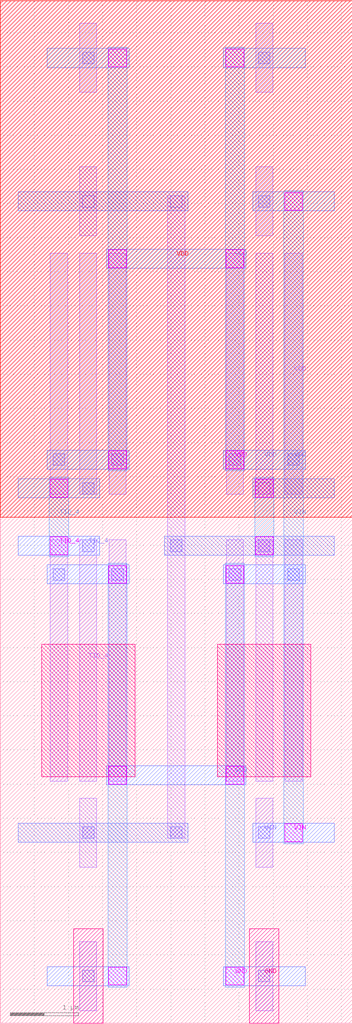
<source format=lef>
VERSION 5.7 ;
  DIVIDERCHAR "/" ;
  BUSBITCHARS "[]" ;
MACRO FLASH_ADC_SYM_4
  CLASS BLOCK ;
  FOREIGN FLASH_ADC_SYM_4 ;
  ORIGIN 0.000 0.000 ;
  SIZE 5.160 BY 14.970 ;
  PIN GND
    ANTENNADIFFAREA 2.161600 ;
    PORT
      LAYER pwell ;
        RECT 1.075 0.000 1.505 1.380 ;
        RECT 3.655 0.000 4.085 1.380 ;
      LAYER li1 ;
        RECT 0.735 3.545 0.985 7.075 ;
        RECT 1.595 3.545 1.845 7.075 ;
        RECT 3.315 3.545 3.565 7.075 ;
        RECT 4.175 3.545 4.425 7.075 ;
        RECT 1.165 0.185 1.415 1.195 ;
        RECT 3.745 0.185 3.995 1.195 ;
      LAYER mcon ;
        RECT 0.775 6.485 0.945 6.655 ;
        RECT 1.635 6.485 1.805 6.655 ;
        RECT 3.355 6.485 3.525 6.655 ;
        RECT 4.215 6.485 4.385 6.655 ;
        RECT 1.205 0.605 1.375 0.775 ;
        RECT 3.785 0.605 3.955 0.775 ;
      LAYER met1 ;
        RECT 0.690 6.430 1.890 6.710 ;
        RECT 3.270 6.430 4.470 6.710 ;
        RECT 1.560 3.490 3.600 3.770 ;
        RECT 0.690 0.550 1.890 0.830 ;
        RECT 3.270 0.550 4.470 0.830 ;
      LAYER via ;
        RECT 1.590 6.440 1.850 6.700 ;
        RECT 3.310 6.440 3.570 6.700 ;
        RECT 1.590 3.500 1.850 3.760 ;
        RECT 3.310 3.500 3.570 3.760 ;
        RECT 1.590 0.560 1.850 0.820 ;
        RECT 3.310 0.560 3.570 0.820 ;
      LAYER met2 ;
        RECT 1.580 0.530 1.860 6.730 ;
        RECT 3.300 0.530 3.580 6.730 ;
    END
  END GND
  PIN VDD
    ANTENNADIFFAREA 1.271200 ;
    PORT
      LAYER nwell ;
        RECT 0.000 7.410 5.160 14.970 ;
      LAYER li1 ;
        RECT 1.165 13.625 1.415 14.635 ;
        RECT 3.745 13.625 3.995 14.635 ;
        RECT 0.735 7.745 0.985 11.275 ;
        RECT 1.595 7.745 1.845 11.275 ;
        RECT 3.315 7.745 3.565 11.275 ;
        RECT 4.175 7.745 4.425 11.275 ;
      LAYER mcon ;
        RECT 1.205 14.045 1.375 14.215 ;
        RECT 3.785 14.045 3.955 14.215 ;
        RECT 0.775 8.165 0.945 8.335 ;
        RECT 1.635 8.165 1.805 8.335 ;
        RECT 3.355 8.165 3.525 8.335 ;
        RECT 4.215 8.165 4.385 8.335 ;
      LAYER met1 ;
        RECT 0.690 13.990 1.890 14.270 ;
        RECT 3.270 13.990 4.470 14.270 ;
        RECT 1.560 11.050 3.600 11.330 ;
        RECT 0.690 8.110 1.890 8.390 ;
        RECT 3.270 8.110 4.470 8.390 ;
      LAYER via ;
        RECT 1.590 14.000 1.850 14.260 ;
        RECT 3.310 14.000 3.570 14.260 ;
        RECT 1.590 11.060 1.850 11.320 ;
        RECT 3.310 11.060 3.570 11.320 ;
        RECT 1.590 8.120 1.850 8.380 ;
        RECT 3.310 8.120 3.570 8.380 ;
      LAYER met2 ;
        RECT 1.580 8.090 1.860 14.290 ;
        RECT 3.300 8.090 3.580 14.290 ;
    END
  END VDD
  PIN VIN
    ANTENNAGATEAREA 0.756000 ;
    PORT
      LAYER li1 ;
        RECT 3.745 11.525 3.995 12.535 ;
        RECT 3.745 2.285 3.995 3.295 ;
      LAYER mcon ;
        RECT 3.785 11.945 3.955 12.115 ;
        RECT 3.785 2.705 3.955 2.875 ;
      LAYER met1 ;
        RECT 3.700 11.890 4.900 12.170 ;
        RECT 3.700 2.650 4.900 2.930 ;
      LAYER via ;
        RECT 4.170 11.900 4.430 12.160 ;
        RECT 4.170 2.660 4.430 2.920 ;
      LAYER met2 ;
        RECT 4.160 2.630 4.440 12.190 ;
    END
  END VIN
  PIN TIQ_4
    ANTENNADIFFAREA 0.705600 ;
    PORT
      LAYER li1 ;
        RECT 1.165 7.745 1.415 11.275 ;
        RECT 1.165 3.545 1.415 7.075 ;
      LAYER mcon ;
        RECT 1.205 7.745 1.375 7.915 ;
        RECT 1.205 6.905 1.375 7.075 ;
      LAYER met1 ;
        RECT 0.260 7.690 1.460 7.970 ;
        RECT 0.260 6.850 1.460 7.130 ;
      LAYER via ;
        RECT 0.730 7.700 0.990 7.960 ;
        RECT 0.730 6.860 0.990 7.120 ;
      LAYER met2 ;
        RECT 0.720 6.830 1.000 7.990 ;
    END
  END TIQ_4
  OBS
      LAYER pwell ;
        RECT 0.605 3.605 1.975 5.545 ;
        RECT 3.185 3.605 4.555 5.545 ;
      LAYER li1 ;
        RECT 1.165 11.525 1.415 12.535 ;
        RECT 1.165 2.285 1.415 3.295 ;
        RECT 2.455 2.705 2.705 12.115 ;
        RECT 3.745 7.745 3.995 11.275 ;
        RECT 3.745 3.545 3.995 7.075 ;
      LAYER mcon ;
        RECT 1.205 11.945 1.375 12.115 ;
        RECT 2.495 11.945 2.665 12.115 ;
        RECT 3.785 7.745 3.955 7.915 ;
        RECT 2.495 6.905 2.665 7.075 ;
        RECT 1.205 2.705 1.375 2.875 ;
        RECT 3.785 6.905 3.955 7.075 ;
        RECT 2.495 2.705 2.665 2.875 ;
      LAYER met1 ;
        RECT 0.260 11.890 2.750 12.170 ;
        RECT 3.700 7.690 4.900 7.970 ;
        RECT 2.410 6.850 4.900 7.130 ;
        RECT 0.260 2.650 2.750 2.930 ;
      LAYER via ;
        RECT 3.740 7.700 4.000 7.960 ;
        RECT 3.740 6.860 4.000 7.120 ;
      LAYER met2 ;
        RECT 3.730 6.830 4.010 7.990 ;
  END
END FLASH_ADC_SYM_4
END LIBRARY


</source>
